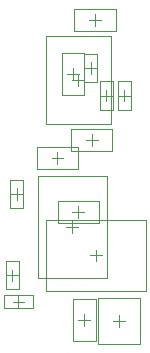
<source format=gbr>
G04 Layer_Color=32768*
%FSLAX45Y45*%
%MOMM*%
%TF.FileFunction,Other,Mechanical_15*%
%TF.Part,Single*%
G01*
G75*
%TA.AperFunction,NonConductor*%
%ADD42C,0.10000*%
D42*
X-570702Y-465399D02*
X-470698D01*
X-520700Y-515402D02*
Y-415397D01*
X-695701Y-660400D02*
Y-270398D01*
X-345699Y-660400D02*
Y-270398D01*
X-695701Y-660400D02*
X-345699D01*
X-695701Y-270398D02*
X-345699D01*
X-1477401Y-197399D02*
X-1367399D01*
X-1477401Y42601D02*
X-1367399D01*
X-1477401Y-197399D02*
Y42601D01*
X-1367399Y-197399D02*
Y42601D01*
X-1422400Y-124902D02*
Y-29901D01*
X-1469898Y-77399D02*
X-1374902D01*
X-1251600Y-359801D02*
Y-249799D01*
X-1491600Y-359801D02*
Y-249799D01*
Y-359801D02*
X-1251600D01*
X-1491600Y-249799D02*
X-1251600D01*
X-1419098Y-304800D02*
X-1324102D01*
X-1371600Y-352298D02*
Y-257302D01*
X-528000Y1322400D02*
X-417998D01*
X-528000Y1562400D02*
X-417998D01*
X-528000Y1322400D02*
Y1562400D01*
X-417998Y1322400D02*
Y1562400D01*
X-472999Y1394902D02*
Y1489898D01*
X-520502Y1442400D02*
X-425501D01*
X-680400Y1562400D02*
X-570398D01*
X-680400Y1322400D02*
X-570398D01*
Y1562400D01*
X-680400Y1322400D02*
Y1562400D01*
X-625399Y1394902D02*
Y1489898D01*
X-672902Y1442400D02*
X-577901D01*
X-907801Y-632201D02*
X-717799D01*
X-907801Y-282199D02*
X-717799D01*
X-907801Y-632201D02*
Y-282199D01*
X-717799Y-632201D02*
Y-282199D01*
X-812800Y-507202D02*
Y-407198D01*
X-862802Y-457200D02*
X-762803D01*
X-1006099Y1800601D02*
X-816097D01*
X-1006099Y1450599D02*
X-816097D01*
Y1800601D01*
X-1006099Y1450599D02*
Y1800601D01*
X-911098Y1575598D02*
Y1675597D01*
X-961100Y1625600D02*
X-861101D01*
X-813699Y1556400D02*
X-703702D01*
X-813699Y1796400D02*
X-703702D01*
X-813699Y1556400D02*
Y1796400D01*
X-703702Y1556400D02*
Y1796400D01*
X-758698Y1628902D02*
Y1723898D01*
X-806201Y1676400D02*
X-711200D01*
X-1206500Y-101600D02*
Y762000D01*
X-622300Y-101600D02*
Y762000D01*
X-1206500D02*
X-622300D01*
X-1206500Y-101600D02*
X-622300D01*
X-964397Y330200D02*
X-864398D01*
X-914400Y280203D02*
Y380202D01*
X-1439301Y489600D02*
X-1329299D01*
X-1439301Y729600D02*
X-1329299D01*
X-1439301Y489600D02*
Y729600D01*
X-1329299Y489600D02*
Y729600D01*
X-1384300Y562102D02*
Y657098D01*
X-1431798Y609600D02*
X-1336802D01*
X-1215299Y819399D02*
Y1009401D01*
X-865302Y819399D02*
Y1009401D01*
X-1215299D02*
X-865302D01*
X-1215299Y819399D02*
X-865302D01*
X-1090300Y914400D02*
X-990300D01*
X-1040298Y864403D02*
Y964402D01*
X-1138601Y1199799D02*
X-588599D01*
X-1138601Y1949801D02*
X-588599D01*
Y1199799D02*
Y1949801D01*
X-1138601Y1199799D02*
Y1949801D01*
X-863600Y1524803D02*
Y1624802D01*
X-913602Y1574800D02*
X-813603D01*
X-713796Y38903D02*
Y138902D01*
X-763798Y88900D02*
X-663799D01*
X-1133795Y-211099D02*
X-293797D01*
X-1133795Y388899D02*
X-293797D01*
X-1133795Y-211099D02*
Y388899D01*
X-293797Y-211099D02*
Y388899D01*
X-1038596Y362199D02*
Y552201D01*
X-688599Y362199D02*
Y552201D01*
X-1038596Y362199D02*
X-688599D01*
X-1038596Y552201D02*
X-688599D01*
X-913597Y457200D02*
X-813598D01*
X-863595Y407198D02*
Y507197D01*
X-575401Y971799D02*
Y1161801D01*
X-925398Y971799D02*
Y1161801D01*
X-575401D01*
X-925398Y971799D02*
X-575401D01*
X-800400Y1066800D02*
X-700400D01*
X-750402Y1016803D02*
Y1116802D01*
X-547797Y1987799D02*
Y2177801D01*
X-897799Y1987799D02*
Y2177801D01*
X-547797D01*
X-897799Y1987799D02*
X-547797D01*
X-772800Y2082800D02*
X-672800D01*
X-722798Y2032803D02*
Y2132802D01*
%TF.MD5,0f2c7cdd37dc9ccf386814ce5d7aad84*%
M02*

</source>
